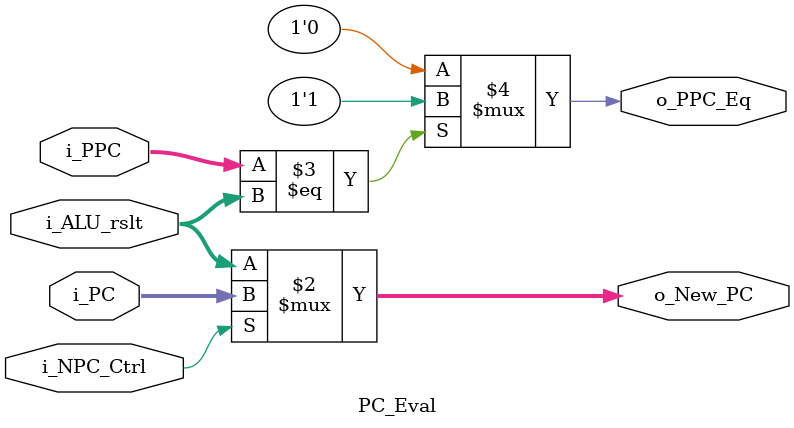
<source format=v>
`timescale 1ns / 1ps


`define WIDTH 32

module PC_Eval(

	/*Input data from ID/EX registers*/
    	input [`WIDTH-1:0] i_PC,
    	input [`WIDTH-1:0] i_ALU_rslt,
    	input [`WIDTH-1:0] i_PPC,

	/*Input Control Signal from Branch Unit*/
    	input i_NPC_Ctrl,

	/*Output data*/
    	output [`WIDTH-1:0] o_New_PC,    
    	output o_PPC_Eq
    	);
    
    /*New Program Counter Selection*/
    assign o_New_PC = (i_NPC_Ctrl == 1) ?   i_PC : 
                                            i_ALU_rslt;

    /*Check if the result of the predicted PC is equal to the ALU result (1 is equal / 0 not equal)*/
    assign o_PPC_Eq = (i_PPC == i_ALU_rslt)     ?   1'b1:   
                                                    1'b0;  
    
endmodule

</source>
